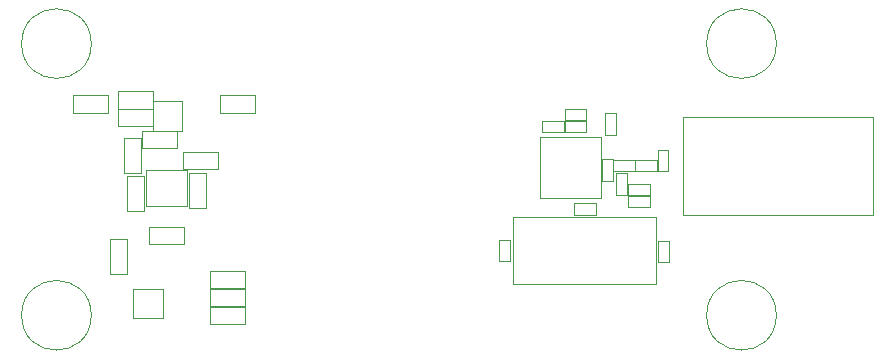
<source format=gbr>
G04 #@! TF.GenerationSoftware,KiCad,Pcbnew,9.0.5*
G04 #@! TF.CreationDate,2025-11-03T18:46:07+02:00*
G04 #@! TF.ProjectId,elecDeTrimisproiect,656c6563-4465-4547-9269-6d697370726f,rev?*
G04 #@! TF.SameCoordinates,Original*
G04 #@! TF.FileFunction,Other,User*
%FSLAX46Y46*%
G04 Gerber Fmt 4.6, Leading zero omitted, Abs format (unit mm)*
G04 Created by KiCad (PCBNEW 9.0.5) date 2025-11-03 18:46:07*
%MOMM*%
%LPD*%
G01*
G04 APERTURE LIST*
%ADD10C,0.050000*%
G04 APERTURE END LIST*
G04 #@! TO.C,U4*
D10*
X69900000Y-40900000D02*
X75100000Y-40900000D01*
X75100000Y-46100000D01*
X69900000Y-46100000D01*
X69900000Y-40900000D01*
G04 #@! TO.C,U3*
X39650000Y-40362500D02*
X37150000Y-40362500D01*
X37150000Y-37862500D01*
X39650000Y-37862500D01*
X39650000Y-40362500D01*
G04 #@! TO.C,C1*
X33520000Y-49520000D02*
X34980000Y-49520000D01*
X33520000Y-52480000D02*
X33520000Y-49520000D01*
X34980000Y-49520000D02*
X34980000Y-52480000D01*
X34980000Y-52480000D02*
X33520000Y-52480000D01*
G04 #@! TO.C,C15*
X79890000Y-42002500D02*
X80810000Y-42002500D01*
X79890000Y-43822500D02*
X79890000Y-42002500D01*
X80810000Y-42002500D02*
X80810000Y-43822500D01*
X80810000Y-43822500D02*
X79890000Y-43822500D01*
G04 #@! TO.C,C6*
X34932500Y-44232500D02*
X36392500Y-44232500D01*
X34932500Y-47192500D02*
X34932500Y-44232500D01*
X36392500Y-44232500D02*
X36392500Y-47192500D01*
X36392500Y-47192500D02*
X34932500Y-47192500D01*
G04 #@! TO.C,C16*
X78020000Y-42852500D02*
X79840000Y-42852500D01*
X78020000Y-43772500D02*
X78020000Y-42852500D01*
X79840000Y-42852500D02*
X79840000Y-43772500D01*
X79840000Y-43772500D02*
X78020000Y-43772500D01*
G04 #@! TO.C,C9*
X66455000Y-49605000D02*
X67375000Y-49605000D01*
X66455000Y-51425000D02*
X66455000Y-49605000D01*
X67375000Y-49605000D02*
X67375000Y-51425000D01*
X67375000Y-51425000D02*
X66455000Y-51425000D01*
G04 #@! TO.C,C5*
X36282500Y-40382500D02*
X39242500Y-40382500D01*
X36282500Y-41842500D02*
X36282500Y-40382500D01*
X39242500Y-40382500D02*
X39242500Y-41842500D01*
X39242500Y-41842500D02*
X36282500Y-41842500D01*
G04 #@! TO.C,C2*
X42020000Y-53770000D02*
X44980000Y-53770000D01*
X42020000Y-55230000D02*
X42020000Y-53770000D01*
X44980000Y-53770000D02*
X44980000Y-55230000D01*
X44980000Y-55230000D02*
X42020000Y-55230000D01*
G04 #@! TO.C,C10*
X72040000Y-39552500D02*
X73860000Y-39552500D01*
X72040000Y-40472500D02*
X72040000Y-39552500D01*
X73860000Y-39552500D02*
X73860000Y-40472500D01*
X73860000Y-40472500D02*
X72040000Y-40472500D01*
G04 #@! TO.C,C13*
X77400000Y-45902500D02*
X79220000Y-45902500D01*
X77400000Y-46822500D02*
X77400000Y-45902500D01*
X79220000Y-45902500D02*
X79220000Y-46822500D01*
X79220000Y-46822500D02*
X77400000Y-46822500D01*
G04 #@! TO.C,R1*
X42820000Y-37370000D02*
X45780000Y-37370000D01*
X42820000Y-38830000D02*
X42820000Y-37370000D01*
X45780000Y-37370000D02*
X45780000Y-38830000D01*
X45780000Y-38830000D02*
X42820000Y-38830000D01*
G04 #@! TO.C,C3*
X42020000Y-55270000D02*
X44980000Y-55270000D01*
X42020000Y-56730000D02*
X42020000Y-55270000D01*
X44980000Y-55270000D02*
X44980000Y-56730000D01*
X44980000Y-56730000D02*
X42020000Y-56730000D01*
G04 #@! TO.C,R7*
X34682500Y-40982500D02*
X36142500Y-40982500D01*
X34682500Y-43942500D02*
X34682500Y-40982500D01*
X36142500Y-40982500D02*
X36142500Y-43942500D01*
X36142500Y-43942500D02*
X34682500Y-43942500D01*
G04 #@! TO.C,R5*
X34182500Y-37032500D02*
X37142500Y-37032500D01*
X34182500Y-38492500D02*
X34182500Y-37032500D01*
X37142500Y-37032500D02*
X37142500Y-38492500D01*
X37142500Y-38492500D02*
X34182500Y-38492500D01*
G04 #@! TO.C,J2*
X98175000Y-39200000D02*
X82025000Y-39200000D01*
X82025000Y-47500000D01*
X98175000Y-47500000D01*
X98175000Y-39200000D01*
G04 #@! TO.C,C14*
X77400000Y-44902500D02*
X79220000Y-44902500D01*
X77400000Y-45822500D02*
X77400000Y-44902500D01*
X79220000Y-44902500D02*
X79220000Y-45822500D01*
X79220000Y-45822500D02*
X77400000Y-45822500D01*
G04 #@! TO.C,R3*
X36820000Y-48482500D02*
X39780000Y-48482500D01*
X36820000Y-49942500D02*
X36820000Y-48482500D01*
X39780000Y-48482500D02*
X39780000Y-49942500D01*
X39780000Y-49942500D02*
X36820000Y-49942500D01*
G04 #@! TO.C,R9*
X72820000Y-46530000D02*
X74680000Y-46530000D01*
X72820000Y-47470000D02*
X72820000Y-46530000D01*
X74680000Y-46530000D02*
X74680000Y-47470000D01*
X74680000Y-47470000D02*
X72820000Y-47470000D01*
G04 #@! TO.C,C7*
X40232500Y-43982500D02*
X41692500Y-43982500D01*
X40232500Y-46942500D02*
X40232500Y-43982500D01*
X41692500Y-43982500D02*
X41692500Y-46942500D01*
X41692500Y-46942500D02*
X40232500Y-46942500D01*
G04 #@! TO.C,R6*
X39682500Y-42182500D02*
X42642500Y-42182500D01*
X39682500Y-43642500D02*
X39682500Y-42182500D01*
X42642500Y-42182500D02*
X42642500Y-43642500D01*
X42642500Y-43642500D02*
X39682500Y-43642500D01*
G04 #@! TO.C,U2*
X35500000Y-53750000D02*
X38000000Y-53750000D01*
X35500000Y-56250000D02*
X35500000Y-53750000D01*
X38000000Y-53750000D02*
X38000000Y-56250000D01*
X38000000Y-56250000D02*
X35500000Y-56250000D01*
G04 #@! TO.C,X1*
X67635000Y-47715000D02*
X67635000Y-53315000D01*
X67635000Y-53315000D02*
X79735000Y-53315000D01*
X79735000Y-47715000D02*
X67635000Y-47715000D01*
X79735000Y-53315000D02*
X79735000Y-47715000D01*
G04 #@! TO.C,L1*
X76340000Y-43917500D02*
X77280000Y-43917500D01*
X76340000Y-45777500D02*
X76340000Y-43917500D01*
X77280000Y-43917500D02*
X77280000Y-45777500D01*
X77280000Y-45777500D02*
X76340000Y-45777500D01*
G04 #@! TO.C,C11*
X72040000Y-38502500D02*
X73860000Y-38502500D01*
X72040000Y-39422500D02*
X72040000Y-38502500D01*
X73860000Y-38502500D02*
X73860000Y-39422500D01*
X73860000Y-39422500D02*
X72040000Y-39422500D01*
G04 #@! TO.C,R8*
X75420000Y-38892500D02*
X76360000Y-38892500D01*
X75420000Y-40752500D02*
X75420000Y-38892500D01*
X76360000Y-38892500D02*
X76360000Y-40752500D01*
X76360000Y-40752500D02*
X75420000Y-40752500D01*
G04 #@! TO.C,C8*
X70140000Y-39552500D02*
X71960000Y-39552500D01*
X70140000Y-40472500D02*
X70140000Y-39552500D01*
X71960000Y-39552500D02*
X71960000Y-40472500D01*
X71960000Y-40472500D02*
X70140000Y-40472500D01*
G04 #@! TO.C,C4*
X42020000Y-52270000D02*
X44980000Y-52270000D01*
X42020000Y-53730000D02*
X42020000Y-52270000D01*
X44980000Y-52270000D02*
X44980000Y-53730000D01*
X44980000Y-53730000D02*
X42020000Y-53730000D01*
G04 #@! TO.C,C12*
X79955000Y-49705000D02*
X80875000Y-49705000D01*
X79955000Y-51525000D02*
X79955000Y-49705000D01*
X80875000Y-49705000D02*
X80875000Y-51525000D01*
X80875000Y-51525000D02*
X79955000Y-51525000D01*
G04 #@! TO.C,U1*
X36550000Y-43712500D02*
X40050000Y-43712500D01*
X40050000Y-46712500D01*
X36550000Y-46712500D01*
X36550000Y-43712500D01*
G04 #@! TO.C,L3*
X75155000Y-42807500D02*
X76095000Y-42807500D01*
X75155000Y-44667500D02*
X75155000Y-42807500D01*
X76095000Y-42807500D02*
X76095000Y-44667500D01*
X76095000Y-44667500D02*
X75155000Y-44667500D01*
G04 #@! TO.C,R4*
X34182500Y-38532500D02*
X37142500Y-38532500D01*
X34182500Y-39992500D02*
X34182500Y-38532500D01*
X37142500Y-38532500D02*
X37142500Y-39992500D01*
X37142500Y-39992500D02*
X34182500Y-39992500D01*
G04 #@! TO.C,R2*
X30420000Y-37370000D02*
X33380000Y-37370000D01*
X30420000Y-38830000D02*
X30420000Y-37370000D01*
X33380000Y-37370000D02*
X33380000Y-38830000D01*
X33380000Y-38830000D02*
X30420000Y-38830000D01*
G04 #@! TO.C,L2*
X76145000Y-42842500D02*
X78005000Y-42842500D01*
X76145000Y-43782500D02*
X76145000Y-42842500D01*
X78005000Y-42842500D02*
X78005000Y-43782500D01*
X78005000Y-43782500D02*
X76145000Y-43782500D01*
G04 #@! TO.C,REF\u002A\u002A*
X31950000Y-33000000D02*
G75*
G02*
X26050000Y-33000000I-2950000J0D01*
G01*
X26050000Y-33000000D02*
G75*
G02*
X31950000Y-33000000I2950000J0D01*
G01*
X89950000Y-33000000D02*
G75*
G02*
X84050000Y-33000000I-2950000J0D01*
G01*
X84050000Y-33000000D02*
G75*
G02*
X89950000Y-33000000I2950000J0D01*
G01*
X89950000Y-56000000D02*
G75*
G02*
X84050000Y-56000000I-2950000J0D01*
G01*
X84050000Y-56000000D02*
G75*
G02*
X89950000Y-56000000I2950000J0D01*
G01*
X31950000Y-56000000D02*
G75*
G02*
X26050000Y-56000000I-2950000J0D01*
G01*
X26050000Y-56000000D02*
G75*
G02*
X31950000Y-56000000I2950000J0D01*
G01*
G04 #@! TD*
M02*

</source>
